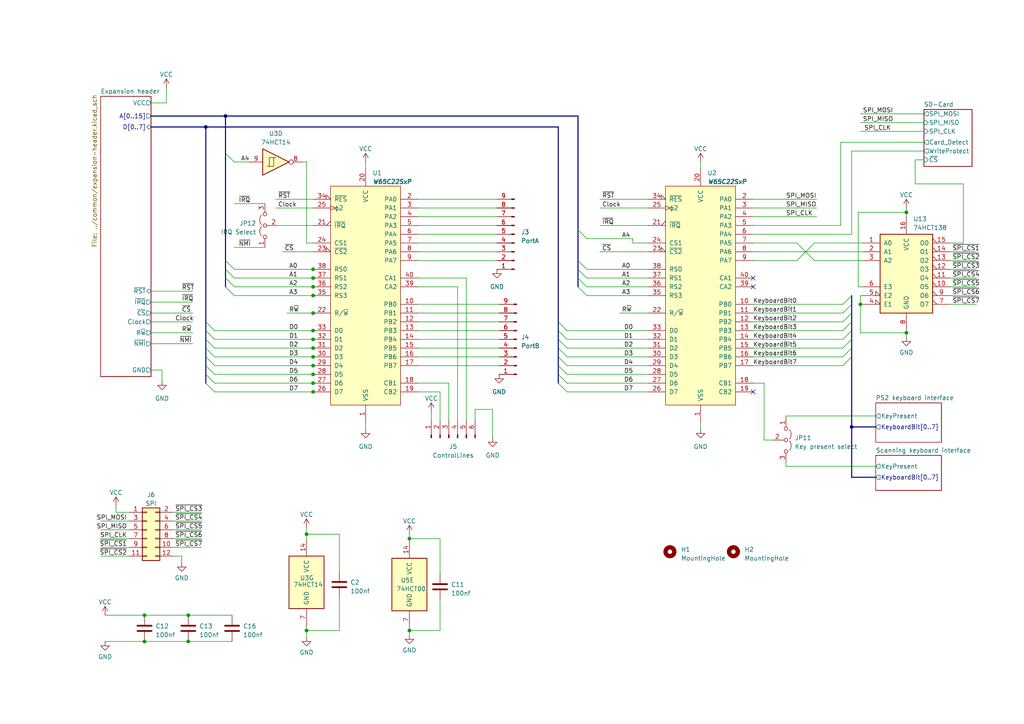
<source format=kicad_sch>
(kicad_sch (version 20230121) (generator eeschema)
  (paper "A4")
  (lib_symbols
    (symbol "65xx:W65C22SxP" (pin_names (offset 1.016))
      (property "Reference" "U" (at -10.16 33.02 0))
      (property "Value" "W65C22SxP" (at 0 0 90))
      (symbol "W65C22SxP_0_1"
        (rectangle (start -10.16 31.75) (end 10.16 -31.75) (fill (type background)))
      )
      (symbol "W65C22SxP_1_1"
        (pin power_in line (at 0 -36.83 90) (length 5.08) (name "VSS") (number "1"))
        (pin bidirectional line (at 15.24 -2.54 180) (length 5.08) (name "PB0") (number "10"))
        (pin bidirectional line (at 15.24 -5.08 180) (length 5.08) (name "PB1") (number "11"))
        (pin bidirectional line (at 15.24 -7.62 180) (length 5.08) (name "PB2") (number "12"))
        (pin bidirectional line (at 15.24 -10.16 180) (length 5.08) (name "PB3") (number "13"))
        (pin bidirectional line (at 15.24 -12.7 180) (length 5.08) (name "PB4") (number "14"))
        (pin bidirectional line (at 15.24 -15.24 180) (length 5.08) (name "PB5") (number "15"))
        (pin bidirectional line (at 15.24 -17.78 180) (length 5.08) (name "PB6") (number "16"))
        (pin bidirectional line (at 15.24 -20.32 180) (length 5.08) (name "PB7") (number "17"))
        (pin input line (at 15.24 -25.4 180) (length 5.08) (name "CB1") (number "18"))
        (pin bidirectional line (at 15.24 -27.94 180) (length 5.08) (name "CB2") (number "19"))
        (pin bidirectional line (at 15.24 27.94 180) (length 5.08) (name "PA0") (number "2"))
        (pin power_in line (at 0 36.83 270) (length 5.08) (name "VCC") (number "20"))
        (pin output output_low (at -15.24 20.32 0) (length 5.08) (name "~{IRQ}") (number "21"))
        (pin input line (at -15.24 -5.08 0) (length 5.08) (name "R/~{W}") (number "22"))
        (pin input input_low (at -15.24 12.7 0) (length 5.08) (name "~{CS2}") (number "23"))
        (pin input line (at -15.24 15.24 0) (length 5.08) (name "CS1") (number "24"))
        (pin input clock (at -15.24 25.4 0) (length 5.08) (name "ϕ2") (number "25"))
        (pin bidirectional line (at -15.24 -27.94 0) (length 5.08) (name "D7") (number "26"))
        (pin bidirectional line (at -15.24 -25.4 0) (length 5.08) (name "D6") (number "27"))
        (pin bidirectional line (at -15.24 -22.86 0) (length 5.08) (name "D5") (number "28"))
        (pin bidirectional line (at -15.24 -20.32 0) (length 5.08) (name "D4") (number "29"))
        (pin bidirectional line (at 15.24 25.4 180) (length 5.08) (name "PA1") (number "3"))
        (pin bidirectional line (at -15.24 -17.78 0) (length 5.08) (name "D3") (number "30"))
        (pin bidirectional line (at -15.24 -15.24 0) (length 5.08) (name "D2") (number "31"))
        (pin bidirectional line (at -15.24 -12.7 0) (length 5.08) (name "D1") (number "32"))
        (pin bidirectional line (at -15.24 -10.16 0) (length 5.08) (name "D0") (number "33"))
        (pin input input_low (at -15.24 27.94 0) (length 5.08) (name "~{RES}") (number "34"))
        (pin input line (at -15.24 0 0) (length 5.08) (name "RS3") (number "35"))
        (pin input line (at -15.24 2.54 0) (length 5.08) (name "RS2") (number "36"))
        (pin input line (at -15.24 5.08 0) (length 5.08) (name "RS1") (number "37"))
        (pin input line (at -15.24 7.62 0) (length 5.08) (name "RS0") (number "38"))
        (pin bidirectional line (at 15.24 2.54 180) (length 5.08) (name "CA2") (number "39"))
        (pin bidirectional line (at 15.24 22.86 180) (length 5.08) (name "PA2") (number "4"))
        (pin input line (at 15.24 5.08 180) (length 5.08) (name "CA1") (number "40"))
        (pin bidirectional line (at 15.24 20.32 180) (length 5.08) (name "PA3") (number "5"))
        (pin bidirectional line (at 15.24 17.78 180) (length 5.08) (name "PA4") (number "6"))
        (pin bidirectional line (at 15.24 15.24 180) (length 5.08) (name "PA5") (number "7"))
        (pin bidirectional line (at 15.24 12.7 180) (length 5.08) (name "PA6") (number "8"))
        (pin bidirectional line (at 15.24 10.16 180) (length 5.08) (name "PA7") (number "9"))
      )
    )
    (symbol "74xx:74HCT00" (pin_names (offset 1.016))
      (property "Reference" "U" (at 0 1.27 0))
      (property "Value" "74HCT00" (at 0 -1.27 0))
      (symbol "74HCT00_1_1"
        (arc (start 0 -3.81) (mid 3.7934 0) (end 0 3.81) (stroke (width 0.254)) (fill (type background)))
        (polyline (pts (xy 0 3.81) (xy -3.81 3.81) (xy -3.81 -3.81) (xy 0 -3.81)) (stroke (width 0.254)) (fill (type background)))
        (pin input line (at -7.62 2.54 0) (length 3.81) (name "~") (number "1"))
        (pin input line (at -7.62 -2.54 0) (length 3.81) (name "~") (number "2"))
        (pin output inverted (at 7.62 0 180) (length 3.81) (name "~") (number "3"))
      )
      (symbol "74HCT00_1_2"
        (arc (start -3.81 -3.81) (mid -2.589 0) (end -3.81 3.81) (stroke (width 0.254)))
        (arc (start -0.6096 -3.81) (mid 2.1842 -2.5851) (end 3.81 0) (stroke (width 0.254)) (fill (type background)))
        (polyline (pts (xy -3.81 -3.81) (xy -0.635 -3.81)) (stroke (width 0.254)) (fill (type background)))
        (polyline (pts (xy -3.81 3.81) (xy -0.635 3.81)) (stroke (width 0.254)) (fill (type background)))
        (polyline (pts (xy -0.635 3.81) (xy -3.81 3.81) (xy -3.81 3.81) (xy -3.556 3.4036) (xy -3.0226 2.2606) (xy -2.6924 1.0414) (xy -2.6162 -0.254) (xy -2.7686 -1.4986) (xy -3.175 -2.7178) (xy -3.81 -3.81) (xy -3.81 -3.81) (xy -0.635 -3.81)) (stroke (width -25.4)) (fill (type background)))
        (arc (start 3.81 0) (mid 2.1915 2.5936) (end -0.6096 3.81) (stroke (width 0.254)) (fill (type background)))
        (pin input inverted (at -7.62 2.54 0) (length 4.318) (name "~") (number "1"))
        (pin input inverted (at -7.62 -2.54 0) (length 4.318) (name "~") (number "2"))
        (pin output line (at 7.62 0 180) (length 3.81) (name "~") (number "3"))
      )
      (symbol "74HCT00_2_1"
        (arc (start 0 -3.81) (mid 3.7934 0) (end 0 3.81) (stroke (width 0.254)) (fill (type background)))
        (polyline (pts (xy 0 3.81) (xy -3.81 3.81) (xy -3.81 -3.81) (xy 0 -3.81)) (stroke (width 0.254)) (fill (type background)))
        (pin input line (at -7.62 2.54 0) (length 3.81) (name "~") (number "4"))
        (pin input line (at -7.62 -2.54 0) (length 3.81) (name "~") (number "5"))
        (pin output inverted (at 7.62 0 180) (length 3.81) (name "~") (number "6"))
      )
      (symbol "74HCT00_2_2"
        (arc (start -3.81 -3.81) (mid -2.589 0) (end -3.81 3.81) (stroke (width 0.254)))
        (arc (start -0.6096 -3.81) (mid 2.1842 -2.5851) (end 3.81 0) (stroke (width 0.254)) (fill (type background)))
        (polyline (pts (xy -3.81 -3.81) (xy -0.635 -3.81)) (stroke (width 0.254)) (fill (type background)))
        (polyline (pts (xy -3.81 3.81) (xy -0.635 3.81)) (stroke (width 0.254)) (fill (type background)))
        (polyline (pts (xy -0.635 3.81) (xy -3.81 3.81) (xy -3.81 3.81) (xy -3.556 3.4036) (xy -3.0226 2.2606) (xy -2.6924 1.0414) (xy -2.6162 -0.254) (xy -2.7686 -1.4986) (xy -3.175 -2.7178) (xy -3.81 -3.81) (xy -3.81 -3.81) (xy -0.635 -3.81)) (stroke (width -25.4)) (fill (type background)))
        (arc (start 3.81 0) (mid 2.1915 2.5936) (end -0.6096 3.81) (stroke (width 0.254)) (fill (type background)))
        (pin input inverted (at -7.62 2.54 0) (length 4.318) (name "~") (number "4"))
        (pin input inverted (at -7.62 -2.54 0) (length 4.318) (name "~") (number "5"))
        (pin output line (at 7.62 0 180) (length 3.81) (name "~") (number "6"))
      )
      (symbol "74HCT00_3_1"
        (arc (start 0 -3.81) (mid 3.7934 0) (end 0 3.81) (stroke (width 0.254)) (fill (type background)))
        (polyline (pts (xy 0 3.81) (xy -3.81 3.81) (xy -3.81 -3.81) (xy 0 -3.81)) (stroke (width 0.254)) (fill (type background)))
        (pin input line (at -7.62 -2.54 0) (length 3.81) (name "~") (number "10"))
        (pin output inverted (at 7.62 0 180) (length 3.81) (name "~") (number "8"))
        (pin input line (at -7.62 2.54 0) (length 3.81) (name "~") (number "9"))
      )
      (symbol "74HCT00_3_2"
        (arc (start -3.81 -3.81) (mid -2.589 0) (end -3.81 3.81) (stroke (width 0.254)))
        (arc (start -0.6096 -3.81) (mid 2.1842 -2.5851) (end 3.81 0) (stroke (width 0.254)) (fill (type background)))
        (polyline (pts (xy -3.81 -3.81) (xy -0.635 -3.81)) (stroke (width 0.254)) (fill (type background)))
        (polyline (pts (xy -3.81 3.81) (xy -0.635 3.81)) (stroke (width 0.254)) (fill (type background)))
        (polyline (pts (xy -0.635 3.81) (xy -3.81 3.81) (xy -3.81 3.81) (xy -3.556 3.4036) (xy -3.0226 2.2606) (xy -2.6924 1.0414) (xy -2.6162 -0.254) (xy -2.7686 -1.4986) (xy -3.175 -2.7178) (xy -3.81 -3.81) (xy -3.81 -3.81) (xy -0.635 -3.81)) (stroke (width -25.4)) (fill (type background)))
        (arc (start 3.81 0) (mid 2.1915 2.5936) (end -0.6096 3.81) (stroke (width 0.254)) (fill (type background)))
        (pin input inverted (at -7.62 -2.54 0) (length 4.318) (name "~") (number "10"))
        (pin output line (at 7.62 0 180) (length 3.81) (name "~") (number "8"))
        (pin input inverted (at -7.62 2.54 0) (length 4.318) (name "~") (number "9"))
      )
      (symbol "74HCT00_4_1"
        (arc (start 0 -3.81) (mid 3.7934 0) (end 0 3.81) (stroke (width 0.254)) (fill (type background)))
        (polyline (pts (xy 0 3.81) (xy -3.81 3.81) (xy -3.81 -3.81) (xy 0 -3.81)) (stroke (width 0.254)) (fill (type background)))
        (pin output inverted (at 7.62 0 180) (length 3.81) (name "~") (number "11"))
        (pin input line (at -7.62 2.54 0) (length 3.81) (name "~") (number "12"))
        (pin input line (at -7.62 -2.54 0) (length 3.81) (name "~") (number "13"))
      )
      (symbol "74HCT00_4_2"
        (arc (start -3.81 -3.81) (mid -2.589 0) (end -3.81 3.81) (stroke (width 0.254)))
        (arc (start -0.6096 -3.81) (mid 2.1842 -2.5851) (end 3.81 0) (stroke (width 0.254)) (fill (type background)))
        (polyline (pts (xy -3.81 -3.81) (xy -0.635 -3.81)) (stroke (width 0.254)) (fill (type background)))
        (polyline (pts (xy -3.81 3.81) (xy -0.635 3.81)) (stroke (width 0.254)) (fill (type background)))
        (polyline (pts (xy -0.635 3.81) (xy -3.81 3.81) (xy -3.81 3.81) (xy -3.556 3.4036) (xy -3.0226 2.2606) (xy -2.6924 1.0414) (xy -2.6162 -0.254) (xy -2.7686 -1.4986) (xy -3.175 -2.7178) (xy -3.81 -3.81) (xy -3.81 -3.81) (xy -0.635 -3.81)) (stroke (width -25.4)) (fill (type background)))
        (arc (start 3.81 0) (mid 2.1915 2.5936) (end -0.6096 3.81) (stroke (width 0.254)) (fill (type background)))
        (pin output line (at 7.62 0 180) (length 3.81) (name "~") (number "11"))
        (pin input inverted (at -7.62 2.54 0) (length 4.318) (name "~") (number "12"))
        (pin input inverted (at -7.62 -2.54 0) (length 4.318) (name "~") (number "13"))
      )
      (symbol "74HCT00_5_0"
        (pin power_in line (at 0 12.7 270) (length 5.08) (name "VCC") (number "14"))
        (pin power_in line (at 0 -12.7 90) (length 5.08) (name "GND") (number "7"))
      )
      (symbol "74HCT00_5_1"
        (rectangle (start -5.08 7.62) (end 5.08 -7.62) (stroke (width 0.254)) (fill (type background)))
      )
    )
    (symbol "74xx:74LS138" (pin_names (offset 1.016))
      (property "Reference" "U" (at -7.62 11.43 0))
      (property "Value" "74LS138" (at -7.62 -13.97 0))
      (symbol "74LS138_1_0"
        (pin input line (at -12.7 7.62 0) (length 5.08) (name "A0") (number "1"))
        (pin output output_low (at 12.7 -5.08 180) (length 5.08) (name "O5") (number "10"))
        (pin output output_low (at 12.7 -2.54 180) (length 5.08) (name "O4") (number "11"))
        (pin output output_low (at 12.7 0 180) (length 5.08) (name "O3") (number "12"))
        (pin output output_low (at 12.7 2.54 180) (length 5.08) (name "O2") (number "13"))
        (pin output output_low (at 12.7 5.08 180) (length 5.08) (name "O1") (number "14"))
        (pin output output_low (at 12.7 7.62 180) (length 5.08) (name "O0") (number "15"))
        (pin power_in line (at 0 15.24 270) (length 5.08) (name "VCC") (number "16"))
        (pin input line (at -12.7 5.08 0) (length 5.08) (name "A1") (number "2"))
        (pin input line (at -12.7 2.54 0) (length 5.08) (name "A2") (number "3"))
        (pin input input_low (at -12.7 -10.16 0) (length 5.08) (name "E1") (number "4"))
        (pin input input_low (at -12.7 -7.62 0) (length 5.08) (name "E2") (number "5"))
        (pin input line (at -12.7 -5.08 0) (length 5.08) (name "E3") (number "6"))
        (pin output output_low (at 12.7 -10.16 180) (length 5.08) (name "O7") (number "7"))
        (pin power_in line (at 0 -17.78 90) (length 5.08) (name "GND") (number "8"))
        (pin output output_low (at 12.7 -7.62 180) (length 5.08) (name "O6") (number "9"))
      )
      (symbol "74LS138_1_1"
        (rectangle (start -7.62 10.16) (end 7.62 -12.7) (stroke (width 0.254)) (fill (type background)))
      )
    )
    (symbol "74xx:74LS14" (pin_names (offset 1.016))
      (property "Reference" "U" (at 0 1.27 0))
      (property "Value" "74LS14" (at 0 -1.27 0))
      (symbol "74LS14_1_0"
        (polyline (pts (xy -3.81 3.81) (xy -3.81 -3.81) (xy 3.81 0) (xy -3.81 3.81)) (stroke (width 0.254)) (fill (type background)))
        (pin input line (at -7.62 0 0) (length 3.81) (name "~") (number "1"))
        (pin output inverted (at 7.62 0 180) (length 3.81) (name "~") (number "2"))
      )
      (symbol "74LS14_1_1"
        (polyline (pts (xy -1.905 -1.27) (xy -1.905 1.27) (xy -0.635 1.27)))
        (polyline (pts (xy -2.54 -1.27) (xy -0.635 -1.27) (xy -0.635 1.27) (xy 0 1.27)))
      )
      (symbol "74LS14_2_0"
        (polyline (pts (xy -3.81 3.81) (xy -3.81 -3.81) (xy 3.81 0) (xy -3.81 3.81)) (stroke (width 0.254)) (fill (type background)))
        (pin input line (at -7.62 0 0) (length 3.81) (name "~") (number "3"))
        (pin output inverted (at 7.62 0 180) (length 3.81) (name "~") (number "4"))
      )
      (symbol "74LS14_2_1"
        (polyline (pts (xy -1.905 -1.27) (xy -1.905 1.27) (xy -0.635 1.27)))
        (polyline (pts (xy -2.54 -1.27) (xy -0.635 -1.27) (xy -0.635 1.27) (xy 0 1.27)))
      )
      (symbol "74LS14_3_0"
        (polyline (pts (xy -3.81 3.81) (xy -3.81 -3.81) (xy 3.81 0) (xy -3.81 3.81)) (stroke (width 0.254)) (fill (type background)))
        (pin input line (at -7.62 0 0) (length 3.81) (name "~") (number "5"))
        (pin output inverted (at 7.62 0 180) (length 3.81) (name "~") (number "6"))
      )
      (symbol "74LS14_3_1"
        (polyline (pts (xy -1.905 -1.27) (xy -1.905 1.27) (xy -0.635 1.27)))
        (polyline (pts (xy -2.54 -1.27) (xy -0.635 -1.27) (xy -0.635 1.27) (xy 0 1.27)))
      )
      (symbol "74LS14_4_0"
        (polyline (pts (xy -3.81 3.81) (xy -3.81 -3.81) (xy 3.81 0) (xy -3.81 3.81)) (stroke (width 0.254)) (fill (type background)))
        (pin output inverted (at 7.62 0 180) (length 3.81) (name "~") (number "8"))
        (pin input line (at -7.62 0 0) (length 3.81) (name "~") (number "9"))
      )
      (symbol "74LS14_4_1"
        (polyline (pts (xy -1.905 -1.27) (xy -1.905 1.27) (xy -0.635 1.27)))
        (polyline (pts (xy -2.54 -1.27) (xy -0.635 -1.27) (xy -0.635 1.27) (xy 0 1.27)))
      )
      (symbol "74LS14_5_0"
        (polyline (pts (xy -3.81 3.81) (xy -3.81 -3.81) (xy 3.81 0) (xy -3.81 3.81)) (stroke (width 0.254)) (fill (type background)))
        (pin output inverted (at 7.62 0 180) (length 3.81) (name "~") (number "10"))
        (pin input line (at -7.62 0 0) (length 3.81) (name "~") (number "11"))
      )
      (symbol "74LS14_5_1"
        (polyline (pts (xy -1.905 -1.27) (xy -1.905 1.27) (xy -0.635 1.27)))
        (polyline (pts (xy -2.54 -1.27) (xy -0.635 -1.27) (xy -0.635 1.27) (xy 0 1.27)))
      )
      (symbol "74LS14_6_0"
        (polyline (pts (xy -3.81 3.81) (xy -3.81 -3.81) (xy 3.81 0) (xy -3.81 3.81)) (stroke (width 0.254)) (fill (type background)))
        (pin output inverted (at 7.62 0 180) (length 3.81) (name "~") (number "12"))
        (pin input line (at -7.62 0 0) (length 3.81) (name "~") (number "13"))
      )
      (symbol "74LS14_6_1"
        (polyline (pts (xy -1.905 -1.27) (xy -1.905 1.27) (xy -0.635 1.27)))
        (polyline (pts (xy -2.54 -1.27) (xy -0.635 -1.27) (xy -0.635 1.27) (xy 0 1.27)))
      )
      (symbol "74LS14_7_0"
        (pin power_in line (at 0 12.7 270) (length 5.08) (name "VCC") (number "14"))
        (pin power_in line (at 0 -12.7 90) (length 5.08) (name "GND") (number "7"))
      )
      (symbol "74LS14_7_1"
        (rectangle (start -5.08 7.62) (end 5.08 -7.62) (stroke (width 0.254)) (fill (type background)))
      )
    )
    (symbol "Connector:Conn_01x06_Pin" (pin_names (offset 1.016) hide)
      (property "Reference" "J" (at 0 7.62 0))
      (property "Value" "Conn_01x06_Pin" (at 0 -10.16 0))
      (symbol "Conn_01x06_Pin_1_1"
        (polyline (pts (xy 1.27 -7.62) (xy 0.8636 -7.62)) (stroke (width 0.1524)))
        (polyline (pts (xy 1.27 -5.08) (xy 0.8636 -5.08)) (stroke (width 0.1524)))
        (polyline (pts (xy 1.27 -2.54) (xy 0.8636 -2.54)) (stroke (width 0.1524)))
        (polyline (pts (xy 1.27 0) (xy 0.8636 0)) (stroke (width 0.1524)))
        (polyline (pts (xy 1.27 2.54) (xy 0.8636 2.54)) (stroke (width 0.1524)))
        (polyline (pts (xy 1.27 5.08) (xy 0.8636 5.08)) (stroke (width 0.1524)))
        (rectangle (start 0.8636 -7.493) (end 0 -7.747) (stroke (width 0.1524)) (fill (type outline)))
        (rectangle (start 0.8636 -4.953) (end 0 -5.207) (stroke (width 0.1524)) (fill (type outline)))
        (rectangle (start 0.8636 -2.413) (end 0 -2.667) (stroke (width 0.1524)) (fill (type outline)))
        (rectangle (start 0.8636 0.127) (end 0 -0.127) (stroke (width 0.1524)) (fill (type outline)))
        (rectangle (start 0.8636 2.667) (end 0 2.413) (stroke (width 0.1524)) (fill (type outline)))
        (rectangle (start 0.8636 5.207) (end 0 4.953) (stroke (width 0.1524)) (fill (type outline)))
        (pin passive line (at 5.08 5.08 180) (length 3.81) (name "Pin_1") (number "1"))
        (pin passive line (at 5.08 2.54 180) (length 3.81) (name "Pin_2") (number "2"))
        (pin passive line (at 5.08 0 180) (length 3.81) (name "Pin_3") (number "3"))
        (pin passive line (at 5.08 -2.54 180) (length 3.81) (name "Pin_4") (number "4"))
        (pin passive line (at 5.08 -5.08 180) (length 3.81) (name "Pin_5") (number "5"))
        (pin passive line (at 5.08 -7.62 180) (length 3.81) (name "Pin_6") (number "6"))
      )
    )
    (symbol "Connector:Conn_01x09_Pin" (pin_names (offset 1.016) hide)
      (property "Reference" "J" (at 0 12.7 0))
      (property "Value" "Conn_01x09_Pin" (at 0 -12.7 0))
      (symbol "Conn_01x09_Pin_1_1"
        (polyline (pts (xy 1.27 -10.16) (xy 0.8636 -10.16)) (stroke (width 0.1524)))
        (polyline (pts (xy 1.27 -7.62) (xy 0.8636 -7.62)) (stroke (width 0.1524)))
        (polyline (pts (xy 1.27 -5.08) (xy 0.8636 -5.08)) (stroke (width 0.1524)))
        (polyline (pts (xy 1.27 -2.54) (xy 0.8636 -2.54)) (stroke (width 0.1524)))
        (polyline (pts (xy 1.27 0) (xy 0.8636 0)) (stroke (width 0.1524)))
        (polyline (pts (xy 1.27 2.54) (xy 0.8636 2.54)) (stroke (width 0.1524)))
        (polyline (pts (xy 1.27 5.08) (xy 0.8636 5.08)) (stroke (width 0.1524)))
        (polyline (pts (xy 1.27 7.62) (xy 0.8636 7.62)) (stroke (width 0.1524)))
        (polyline (pts (xy 1.27 10.16) (xy 0.8636 10.16)) (stroke (width 0.1524)))
        (rectangle (start 0.8636 -10.033) (end 0 -10.287) (stroke (width 0.1524)) (fill (type outline)))
        (rectangle (start 0.8636 -7.493) (end 0 -7.747) (stroke (width 0.1524)) (fill (type outline)))
        (rectangle (start 0.8636 -4.953) (end 0 -5.207) (stroke (width 0.1524)) (fill (type outline)))
        (rectangle (start 0.8636 -2.413) (end 0 -2.667) (stroke (width 0.1524)) (fill (type outline)))
        (rectangle (start 0.8636 0.127) (end 0 -0.127) (stroke (width 0.1524)) (fill (type outline)))
        (rectangle (start 0.8636 2.667) (end 0 2.413) (stroke (width 0.1524)) (fill (type outline)))
        (rectangle (start 0.8636 5.207) (end 0 4.953) (stroke (width 0.1524)) (fill (type outline)))
        (rectangle (start 0.8636 7.747) (end 0 7.493) (stroke (width 0.1524)) (fill (type outline)))
        (rectangle (start 0.8636 10.287) (end 0 10.033) (stroke (width 0.1524)) (fill (type outline)))
        (pin passive line (at 5.08 10.16 180) (length 3.81) (name "Pin_1") (number "1"))
        (pin passive line (at 5.08 7.62 180) (length 3.81) (name "Pin_2") (number "2"))
        (pin passive line (at 5.08 5.08 180) (length 3.81) (name "Pin_3") (number "3"))
        (pin passive line (at 5.08 2.54 180) (length 3.81) (name "Pin_4") (number "4"))
        (pin passive line (at 5.08 0 180) (length 3.81) (name "Pin_5") (number "5"))
        (pin passive line (at 5.08 -2.54 180) (length 3.81) (name "Pin_6") (number "6"))
        (pin passive line (at 5.08 -5.08 180) (length 3.81) (name "Pin_7") (number "7"))
        (pin passive line (at 5.08 -7.62 180) (length 3.81) (name "Pin_8") (number "8"))
        (pin passive line (at 5.08 -10.16 180) (length 3.81) (name "Pin_9") (number "9"))
      )
    )
    (symbol "Connector_Generic:Conn_02x06_Odd_Even" (pin_names (offset 1.016) hide)
      (property "Reference" "J" (at 1.27 7.62 0))
      (property "Value" "Conn_02x06_Odd_Even" (at 1.27 -10.16 0))
      (symbol "Conn_02x06_Odd_Even_1_1"
        (rectangle (start -1.27 -7.493) (end 0 -7.747) (stroke (width 0.1524)))
        (rectangle (start -1.27 -4.953) (end 0 -5.207) (stroke (width 0.1524)))
        (rectangle (start -1.27 -2.413) (end 0 -2.667) (stroke (width 0.1524)))
        (rectangle (start -1.27 0.127) (end 0 -0.127) (stroke (width 0.1524)))
        (rectangle (start -1.27 2.667) (end 0 2.413) (stroke (width 0.1524)))
        (rectangle (start -1.27 5.207) (end 0 4.953) (stroke (width 0.1524)))
        (rectangle (start -1.27 6.35) (end 3.81 -8.89) (stroke (width 0.254)) (fill (type background)))
        (rectangle (start 3.81 -7.493) (end 2.54 -7.747) (stroke (width 0.1524)))
        (rectangle (start 3.81 -4.953) (end 2.54 -5.207) (stroke (width 0.1524)))
        (rectangle (start 3.81 -2.413) (end 2.54 -2.667) (stroke (width 0.1524)))
        (rectangle (start 3.81 0.127) (end 2.54 -0.127) (stroke (width 0.1524)))
        (rectangle (start 3.81 2.667) (end 2.54 2.413) (stroke (width 0.1524)))
        (rectangle (start 3.81 5.207) (end 2.54 4.953) (stroke (width 0.1524)))
        (pin passive line (at -5.08 5.08 0) (length 3.81) (name "Pin_1") (number "1"))
        (pin passive line (at 7.62 -5.08 180) (length 3.81) (name "Pin_10") (number "10"))
        (pin passive line (at -5.08 -7.62 0) (length 3.81) (name "Pin_11") (number "11"))
        (pin passive line (at 7.62 -7.62 180) (length 3.81) (name "Pin_12") (number "12"))
        (pin passive line (at 7.62 5.08 180) (length 3.81) (name "Pin_2") (number "2"))
        (pin passive line (at -5.08 2.54 0) (length 3.81) (name "Pin_3") (number "3"))
        (pin passive line (at 7.62 2.54 180) (length 3.81) (name "Pin_4") (number "4"))
        (pin passive line (at -5.08 0 0) (length 3.81) (name "Pin_5") (number "5"))
        (pin passive line (at 7.62 0 180) (length 3.81) (name "Pin_6") (number "6"))
        (pin passive line (at -5.08 -2.54 0) (length 3.81) (name "Pin_7") (number "7"))
        (pin passive line (at 7.62 -2.54 180) (length 3.81) (name "Pin_8") (number "8"))
        (pin passive line (at -5.08 -5.08 0) (length 3.81) (name "Pin_9") (number "9"))
      )
    )
    (symbol "Device:C" (pin_numbers hide) (pin_names (offset 0.254))
      (property "Reference" "C" (at 0.635 2.54 0))
      (property "Value" "C" (at 0.635 -2.54 0))
      (symbol "C_0_1"
        (polyline (pts (xy -2.032 -0.762) (xy 2.032 -0.762)) (stroke (width 0.508)))
        (polyline (pts (xy -2.032 0.762) (xy 2.032 0.762)) (stroke (width 0.508)))
      )
      (symbol "C_1_1"
        (pin passive line (at 0 3.81 270) (length 2.794) (name "~") (number "1"))
        (pin passive line (at 0 -3.81 90) (length 2.794) (name "~") (number "2"))
      )
    )
    (symbol "Jumper:Jumper_3_Open" (pin_names (offset 0) hide)
      (property "Reference" "JP" (at -2.54 -2.54 0))
      (property "Value" "Jumper_3_Open" (at 0 2.794 0))
      (symbol "Jumper_3_Open_0_0"
        (circle (center -3.302 0) (radius 0.508))
        (circle (center 0 0) (radius 0.508))
        (circle (center 3.302 0) (radius 0.508))
      )
      (symbol "Jumper_3_Open_0_1"
        (arc (start -0.254 1.016) (mid -1.651 1.4992) (end -3.048 1.016))
        (polyline (pts (xy 0 -0.508) (xy 0 -1.27)))
        (arc (start 3.048 1.016) (mid 1.651 1.4992) (end 0.254 1.016))
      )
      (symbol "Jumper_3_Open_1_1"
        (pin passive line (at -6.35 0 0) (length 2.54) (name "A") (number "1"))
        (pin passive line (at 0 -3.81 90) (length 2.54) (name "C") (number "2"))
        (pin passive line (at 6.35 0 180) (length 2.54) (name "B") (number "3"))
      )
    )
    (symbol "Mechanical:MountingHole" (pin_names (offset 1.016))
      (property "Reference" "H" (at 0 5.08 0))
      (property "Value" "MountingHole" (at 0 3.175 0))
      (symbol "MountingHole_0_1"
        (circle (center 0 0) (radius 1.27) (stroke (width 1.27)))
      )
    )
    (symbol "power:GND" (power) (pin_names (offset 0))
      (property "Value" "GND" (at 0 -3.81 0))
      (symbol "GND_0_1"
        (polyline (pts (xy 0 0) (xy 0 -1.27) (xy 1.27 -1.27) (xy 0 -2.54) (xy -1.27 -1.27) (xy 0 -1.27)))
      )
      (symbol "GND_1_1"
        (pin power_in line (at 0 0 270) (length 0) hide (name "GND") (number "1"))
      )
    )
    (symbol "power:VCC" (power) (pin_names (offset 0))
      (property "Value" "VCC" (at 0 3.81 0))
      (symbol "VCC_0_1"
        (polyline (pts (xy -0.762 1.27) (xy 0 2.54)))
        (polyline (pts (xy 0 0) (xy 0 2.54)))
        (polyline (pts (xy 0 2.54) (xy 0.762 1.27)))
      )
      (symbol "VCC_1_1"
        (pin power_in line (at 0 0 90) (length 0) hide (name "VCC") (number "1"))
      )
    )
  )
  (junction (at 54.61 178.435))
  (junction (at 90.805 106.045))
  (junction (at 90.805 85.725))
  (junction (at 59.69 36.83))
  (junction (at 90.805 111.125))
  (junction (at 41.91 178.435))
  (junction (at 118.745 182.88))
  (junction (at 90.805 113.665))
  (junction (at 90.805 108.585))
  (junction (at 262.89 61.595))
  (junction (at 90.805 100.965))
  (junction (at 90.805 103.505))
  (junction (at 88.9 182.88))
  (junction (at 54.61 186.055))
  (junction (at 262.89 96.52))
  (junction (at 90.805 78.105))
  (junction (at 65.405 33.655))
  (junction (at 247.015 123.825))
  (junction (at 90.805 90.805))
  (junction (at 118.745 156.21))
  (junction (at 90.805 80.645))
  (junction (at 41.91 186.055))
  (junction (at 90.805 95.885))
  (junction (at 90.805 83.185))
  (junction (at 90.805 98.425))
  (junction (at 249.555 88.265))
  (junction (at 88.9 154.94))
  (no_connect (at 218.44 80.645))
  (no_connect (at 218.44 113.665))
  (no_connect (at 218.44 83.185))
  (bus_entry (at 167.64 78.105) (size 2.54 2.54))
  (bus_entry (at 59.69 108.585) (size 2.54 2.54))
  (bus_entry (at 59.69 106.045) (size 2.54 2.54))
  (bus_entry (at 247.015 98.425) (size -2.54 2.54))
  (bus_entry (at 59.69 100.965) (size 2.54 2.54))
  (bus_entry (at 247.015 103.505) (size -2.54 2.54))
  (bus_entry (at 161.925 95.885) (size 2.54 2.54))
  (bus_entry (at 59.69 98.425) (size 2.54 2.54))
  (bus_entry (at 161.925 108.585) (size 2.54 2.54))
  (bus_entry (at 161.925 98.425) (size 2.54 2.54))
  (bus_entry (at 161.925 106.045) (size 2.54 2.54))
  (bus_entry (at 167.64 80.645) (size 2.54 2.54))
  (bus_entry (at 65.405 75.565) (size 2.54 2.54))
  (bus_entry (at 161.925 111.125) (size 2.54 2.54))
  (bus_entry (at 161.925 100.965) (size 2.54 2.54))
  (bus_entry (at 247.015 93.345) (size -2.54 2.54))
  (bus_entry (at 247.015 95.885) (size -2.54 2.54))
  (bus_entry (at 65.405 83.185) (size 2.54 2.54))
  (bus_entry (at 247.015 88.265) (size -2.54 2.54))
  (bus_entry (at 167.64 75.565) (size 2.54 2.54))
  (bus_entry (at 161.925 103.505) (size 2.54 2.54))
  (bus_entry (at 247.015 85.725) (size -2.54 2.54))
  (bus_entry (at 59.69 93.345) (size 2.54 2.54))
  (bus_entry (at 65.405 80.645) (size 2.54 2.54))
  (bus_entry (at 59.69 111.125) (size 2.54 2.54))
  (bus_entry (at 247.015 100.965) (size -2.54 2.54))
  (bus_entry (at 59.69 95.885) (size 2.54 2.54))
  (bus_entry (at 59.69 103.505) (size 2.54 2.54))
  (bus_entry (at 167.64 83.185) (size 2.54 2.54))
  (bus_entry (at 161.925 93.345) (size 2.54 2.54))
  (bus_entry (at 247.015 90.805) (size -2.54 2.54))
  (bus_entry (at 65.405 44.45) (size 2.54 2.54))
  (bus_entry (at 65.405 78.105) (size 2.54 2.54))
  (bus_entry (at 167.64 66.675) (size 2.54 2.54))
  (wire (pts (xy 247.015 67.945) (xy 218.44 67.945)))
  (wire (pts (xy 90.805 111.125) (xy 91.44 111.125)))
  (wire (pts (xy 275.59 78.105) (xy 283.21 78.105)))
  (bus (pts (xy 65.405 78.105) (xy 65.405 80.645)))
  (wire (pts (xy 250.19 85.725) (xy 249.555 85.725)))
  (bus (pts (xy 167.64 66.675) (xy 167.64 75.565)))
  (wire (pts (xy 218.44 93.345) (xy 244.475 93.345)))
  (bus (pts (xy 161.925 98.425) (xy 161.925 100.965)))
  (wire (pts (xy 248.92 61.595) (xy 262.89 61.595)))
  (wire (pts (xy 275.59 73.025) (xy 283.21 73.025)))
  (wire (pts (xy 275.59 70.485) (xy 279.4 70.485)))
  (wire (pts (xy 164.465 111.125) (xy 187.96 111.125)))
  (wire (pts (xy 279.4 70.485) (xy 279.4 53.34)))
  (wire (pts (xy 127.635 113.665) (xy 127.635 121.92)))
  (wire (pts (xy 118.745 182.88) (xy 118.745 182.245)))
  (wire (pts (xy 121.285 111.125) (xy 130.175 111.125)))
  (wire (pts (xy 203.2 122.555) (xy 203.2 124.46)))
  (bus (pts (xy 161.925 36.83) (xy 161.925 93.345)))
  (wire (pts (xy 144.145 60.325) (xy 121.285 60.325)))
  (bus (pts (xy 43.815 33.655) (xy 65.405 33.655)))
  (wire (pts (xy 275.59 85.725) (xy 283.21 85.725)))
  (wire (pts (xy 144.78 103.505) (xy 121.285 103.505)))
  (bus (pts (xy 167.64 75.565) (xy 167.64 78.105)))
  (wire (pts (xy 144.78 106.045) (xy 121.285 106.045)))
  (wire (pts (xy 279.4 53.34) (xy 265.43 53.34)))
  (wire (pts (xy 254 135.255) (xy 227.965 135.255)))
  (wire (pts (xy 90.805 106.045) (xy 91.44 106.045)))
  (wire (pts (xy 144.145 75.565) (xy 121.285 75.565)))
  (wire (pts (xy 218.44 111.125) (xy 221.615 111.125)))
  (wire (pts (xy 164.465 95.885) (xy 187.96 95.885)))
  (wire (pts (xy 218.44 70.485) (xy 231.14 70.485)))
  (wire (pts (xy 244.475 88.265) (xy 218.44 88.265)))
  (wire (pts (xy 275.59 88.265) (xy 283.21 88.265)))
  (wire (pts (xy 144.78 93.345) (xy 121.285 93.345)))
  (wire (pts (xy 249.555 96.52) (xy 262.89 96.52)))
  (wire (pts (xy 43.815 90.805) (xy 55.88 90.805)))
  (wire (pts (xy 218.44 106.045) (xy 244.475 106.045)))
  (wire (pts (xy 125.095 119.38) (xy 125.095 121.92)))
  (wire (pts (xy 267.97 33.02) (xy 249.555 33.02)))
  (bus (pts (xy 65.405 33.655) (xy 167.64 33.655)))
  (wire (pts (xy 41.91 186.055) (xy 54.61 186.055)))
  (wire (pts (xy 170.18 83.185) (xy 187.96 83.185)))
  (wire (pts (xy 90.805 103.505) (xy 91.44 103.505)))
  (wire (pts (xy 275.59 75.565) (xy 283.21 75.565)))
  (wire (pts (xy 144.145 62.865) (xy 121.285 62.865)))
  (wire (pts (xy 250.19 83.185) (xy 248.92 83.185)))
  (wire (pts (xy 90.805 85.725) (xy 91.44 85.725)))
  (wire (pts (xy 144.78 90.805) (xy 121.285 90.805)))
  (wire (pts (xy 164.465 108.585) (xy 187.96 108.585)))
  (wire (pts (xy 43.815 93.345) (xy 55.88 93.345)))
  (wire (pts (xy 247.015 43.815) (xy 247.015 67.945)))
  (wire (pts (xy 236.22 70.485) (xy 231.14 75.565)))
  (wire (pts (xy 203.2 46.99) (xy 203.2 48.895)))
  (wire (pts (xy 127.635 182.88) (xy 127.635 173.99)))
  (wire (pts (xy 249.555 88.265) (xy 250.19 88.265)))
  (bus (pts (xy 247.015 90.805) (xy 247.015 93.345)))
  (wire (pts (xy 29.21 151.13) (xy 37.465 151.13)))
  (wire (pts (xy 275.59 83.185) (xy 283.21 83.185)))
  (wire (pts (xy 218.44 103.505) (xy 244.475 103.505)))
  (bus (pts (xy 167.64 80.645) (xy 167.64 83.185)))
  (wire (pts (xy 170.18 69.215) (xy 183.515 69.215)))
  (wire (pts (xy 90.805 83.185) (xy 91.44 83.185)))
  (wire (pts (xy 43.815 99.695) (xy 55.88 99.695)))
  (wire (pts (xy 127.635 166.37) (xy 127.635 156.21)))
  (wire (pts (xy 29.21 153.67) (xy 37.465 153.67)))
  (wire (pts (xy 236.22 75.565) (xy 231.14 70.485)))
  (wire (pts (xy 218.44 65.405) (xy 243.84 65.405)))
  (bus (pts (xy 65.405 44.45) (xy 65.405 75.565)))
  (wire (pts (xy 48.26 25.4) (xy 48.26 29.845)))
  (wire (pts (xy 121.285 113.665) (xy 127.635 113.665)))
  (wire (pts (xy 62.23 100.965) (xy 90.805 100.965)))
  (wire (pts (xy 144.145 73.025) (xy 121.285 73.025)))
  (wire (pts (xy 144.78 95.885) (xy 121.285 95.885)))
  (wire (pts (xy 121.285 80.645) (xy 135.255 80.645)))
  (wire (pts (xy 50.165 153.67) (xy 58.42 153.67)))
  (wire (pts (xy 88.9 153.035) (xy 88.9 154.94)))
  (wire (pts (xy 98.425 165.735) (xy 98.425 154.94)))
  (wire (pts (xy 262.89 97.79) (xy 262.89 96.52)))
  (bus (pts (xy 167.64 78.105) (xy 167.64 80.645)))
  (bus (pts (xy 59.69 36.83) (xy 43.815 36.83)))
  (wire (pts (xy 90.805 78.105) (xy 91.44 78.105)))
  (wire (pts (xy 218.44 62.865) (xy 236.855 62.865)))
  (wire (pts (xy 50.165 151.13) (xy 58.42 151.13)))
  (bus (pts (xy 254 138.43) (xy 247.015 138.43)))
  (wire (pts (xy 50.165 148.59) (xy 58.42 148.59)))
  (wire (pts (xy 62.23 95.885) (xy 90.805 95.885)))
  (wire (pts (xy 33.655 146.685) (xy 33.655 148.59)))
  (wire (pts (xy 90.805 80.645) (xy 91.44 80.645)))
  (wire (pts (xy 83.185 90.805) (xy 90.805 90.805)))
  (bus (pts (xy 247.015 100.965) (xy 247.015 103.505)))
  (wire (pts (xy 137.795 121.92) (xy 137.795 118.745)))
  (wire (pts (xy 267.97 43.815) (xy 247.015 43.815)))
  (wire (pts (xy 87.63 46.99) (xy 88.9 46.99)))
  (wire (pts (xy 88.9 70.485) (xy 90.805 70.485)))
  (wire (pts (xy 90.805 100.965) (xy 91.44 100.965)))
  (wire (pts (xy 29.21 158.75) (xy 37.465 158.75)))
  (wire (pts (xy 98.425 182.88) (xy 88.9 182.88)))
  (bus (pts (xy 247.015 123.825) (xy 247.015 138.43)))
  (wire (pts (xy 90.805 95.885) (xy 91.44 95.885)))
  (wire (pts (xy 144.78 100.965) (xy 121.285 100.965)))
  (wire (pts (xy 30.48 178.435) (xy 41.91 178.435)))
  (bus (pts (xy 65.405 80.645) (xy 65.405 83.185)))
  (wire (pts (xy 144.145 67.945) (xy 121.285 67.945)))
  (wire (pts (xy 243.84 41.275) (xy 267.97 41.275)))
  (wire (pts (xy 67.945 71.755) (xy 76.835 71.755)))
  (wire (pts (xy 81.915 73.025) (xy 90.805 73.025)))
  (bus (pts (xy 247.015 85.725) (xy 247.015 88.265)))
  (wire (pts (xy 267.97 38.1) (xy 249.555 38.1)))
  (wire (pts (xy 267.97 35.56) (xy 249.555 35.56)))
  (wire (pts (xy 29.21 156.21) (xy 37.465 156.21)))
  (wire (pts (xy 164.465 98.425) (xy 187.96 98.425)))
  (wire (pts (xy 88.9 181.61) (xy 88.9 182.88)))
  (wire (pts (xy 106.045 124.46) (xy 106.045 122.555)))
  (wire (pts (xy 144.78 88.265) (xy 121.285 88.265)))
  (wire (pts (xy 118.745 182.88) (xy 127.635 182.88)))
  (wire (pts (xy 179.705 90.805) (xy 187.96 90.805)))
  (wire (pts (xy 164.465 113.665) (xy 187.96 113.665)))
  (bus (pts (xy 59.69 93.345) (xy 59.69 95.885)))
  (wire (pts (xy 30.48 186.055) (xy 41.91 186.055)))
  (wire (pts (xy 135.255 80.645) (xy 135.255 121.92)))
  (bus (pts (xy 161.925 95.885) (xy 161.925 98.425)))
  (wire (pts (xy 43.815 96.52) (xy 55.88 96.52)))
  (wire (pts (xy 170.18 80.645) (xy 187.96 80.645)))
  (wire (pts (xy 227.965 121.285) (xy 227.965 120.65)))
  (wire (pts (xy 218.44 90.805) (xy 244.475 90.805)))
  (wire (pts (xy 54.61 186.055) (xy 67.31 186.055)))
  (wire (pts (xy 106.045 46.99) (xy 106.045 48.895)))
  (wire (pts (xy 67.945 59.055) (xy 76.835 59.055)))
  (wire (pts (xy 262.89 61.595) (xy 262.89 62.865)))
  (wire (pts (xy 236.22 70.485) (xy 250.19 70.485)))
  (bus (pts (xy 254 123.825) (xy 247.015 123.825)))
  (wire (pts (xy 183.515 69.215) (xy 183.515 70.485)))
  (wire (pts (xy 221.615 127.635) (xy 224.155 127.635)))
  (wire (pts (xy 118.745 154.94) (xy 118.745 156.21)))
  (wire (pts (xy 33.655 148.59) (xy 37.465 148.59)))
  (bus (pts (xy 65.405 33.655) (xy 65.405 44.45)))
  (wire (pts (xy 248.92 83.185) (xy 248.92 61.595)))
  (wire (pts (xy 137.795 118.745) (xy 142.875 118.745)))
  (wire (pts (xy 132.715 83.185) (xy 132.715 121.92)))
  (wire (pts (xy 144.145 70.485) (xy 121.285 70.485)))
  (bus (pts (xy 59.69 108.585) (xy 59.69 111.125)))
  (bus (pts (xy 247.015 98.425) (xy 247.015 100.965)))
  (wire (pts (xy 80.01 57.785) (xy 90.805 57.785)))
  (wire (pts (xy 67.945 46.99) (xy 72.39 46.99)))
  (wire (pts (xy 80.01 60.325) (xy 90.805 60.325)))
  (wire (pts (xy 90.805 113.665) (xy 91.44 113.665)))
  (bus (pts (xy 59.69 103.505) (xy 59.69 106.045)))
  (wire (pts (xy 50.165 158.75) (xy 58.42 158.75)))
  (wire (pts (xy 48.26 29.845) (xy 43.815 29.845)))
  (bus (pts (xy 247.015 95.885) (xy 247.015 98.425)))
  (wire (pts (xy 62.23 106.045) (xy 90.805 106.045)))
  (wire (pts (xy 130.175 111.125) (xy 130.175 121.92)))
  (bus (pts (xy 161.925 103.505) (xy 161.925 106.045)))
  (wire (pts (xy 90.805 108.585) (xy 91.44 108.585)))
  (wire (pts (xy 275.59 80.645) (xy 283.21 80.645)))
  (wire (pts (xy 88.9 182.88) (xy 88.9 184.785)))
  (bus (pts (xy 247.015 93.345) (xy 247.015 95.885)))
  (bus (pts (xy 59.69 100.965) (xy 59.69 103.505)))
  (bus (pts (xy 65.405 75.565) (xy 65.405 78.105)))
  (bus (pts (xy 161.925 100.965) (xy 161.925 103.505)))
  (wire (pts (xy 118.745 184.15) (xy 118.745 182.88)))
  (bus (pts (xy 247.015 103.505) (xy 247.015 123.825)))
  (wire (pts (xy 46.99 107.315) (xy 46.99 110.49)))
  (wire (pts (xy 62.23 103.505) (xy 90.805 103.505)))
  (wire (pts (xy 67.945 85.725) (xy 90.805 85.725)))
  (wire (pts (xy 218.44 75.565) (xy 231.14 75.565)))
  (wire (pts (xy 88.9 46.99) (xy 88.9 70.485)))
  (wire (pts (xy 218.44 98.425) (xy 244.475 98.425)))
  (bus (pts (xy 59.69 36.83) (xy 59.69 93.345)))
  (bus (pts (xy 59.69 98.425) (xy 59.69 100.965)))
  (bus (pts (xy 167.64 33.655) (xy 167.64 66.675)))
  (wire (pts (xy 265.43 53.34) (xy 265.43 46.355)))
  (wire (pts (xy 170.18 78.105) (xy 187.96 78.105)))
  (wire (pts (xy 50.165 156.21) (xy 58.42 156.21)))
  (bus (pts (xy 59.69 106.045) (xy 59.69 108.585)))
  (wire (pts (xy 121.285 83.185) (xy 132.715 83.185)))
  (wire (pts (xy 67.945 78.105) (xy 90.805 78.105)))
  (wire (pts (xy 164.465 103.505) (xy 187.96 103.505)))
  (wire (pts (xy 62.23 98.425) (xy 90.805 98.425)))
  (wire (pts (xy 62.23 113.665) (xy 90.805 113.665)))
  (wire (pts (xy 221.615 111.125) (xy 221.615 127.635)))
  (wire (pts (xy 144.145 57.785) (xy 121.285 57.785)))
  (wire (pts (xy 173.99 73.025) (xy 187.96 73.025)))
  (wire (pts (xy 127.635 156.21) (xy 118.745 156.21)))
  (wire (pts (xy 52.705 163.195) (xy 52.705 161.29)))
  (wire (pts (xy 249.555 88.265) (xy 249.555 96.52)))
  (wire (pts (xy 118.745 156.21) (xy 118.745 156.845)))
  (wire (pts (xy 144.78 98.425) (xy 121.285 98.425)))
  (bus (pts (xy 59.69 95.885) (xy 59.69 98.425)))
  (wire (pts (xy 62.23 108.585) (xy 90.805 108.585)))
  (wire (pts (xy 67.945 83.185) (xy 90.805 83.185)))
  (wire (pts (xy 227.965 120.65) (xy 254 120.65)))
  (wire (pts (xy 88.9 154.94) (xy 88.9 156.21)))
  (wire (pts (xy 218.44 60.325) (xy 236.855 60.325)))
  (wire (pts (xy 262.89 96.52) (xy 262.89 95.885)))
  (wire (pts (xy 236.22 75.565) (xy 250.19 75.565)))
  (bus (pts (xy 161.925 93.345) (xy 161.925 95.885)))
  (wire (pts (xy 173.99 60.325) (xy 187.96 60.325)))
  (wire (pts (xy 43.815 87.63) (xy 55.88 87.63)))
  (wire (pts (xy 170.18 85.725) (xy 187.96 85.725)))
  (wire (pts (xy 90.805 90.805) (xy 91.44 90.805)))
  (wire (pts (xy 173.99 57.785) (xy 187.96 57.785)))
  (wire (pts (xy 164.465 106.045) (xy 187.96 106.045)))
  (wire (pts (xy 218.44 57.785) (xy 236.855 57.785)))
  (wire (pts (xy 41.91 178.435) (xy 54.61 178.435)))
  (wire (pts (xy 54.61 178.435) (xy 67.31 178.435)))
  (wire (pts (xy 80.645 65.405) (xy 90.805 65.405)))
  (wire (pts (xy 218.44 100.965) (xy 244.475 100.965)))
  (wire (pts (xy 173.99 65.405) (xy 187.96 65.405)))
  (wire (pts (xy 262.89 60.325) (xy 262.89 61.595)))
  (wire (pts (xy 98.425 173.355) (xy 98.425 182.88)))
  (wire (pts (xy 62.23 111.125) (xy 90.805 111.125)))
  (wire (pts (xy 218.44 95.885) (xy 244.475 95.885)))
  (wire (pts (xy 142.875 118.745) (xy 142.875 127)))
  (wire (pts (xy 265.43 46.355) (xy 267.97 46.355)))
  (wire (pts (xy 144.145 65.405) (xy 121.285 65.405)))
  (wire (pts (xy 52.705 161.29) (xy 50.165 161.29)))
  (bus (pts (xy 161.925 106.045) (xy 161.925 108.585)))
  (wire (pts (xy 29.21 161.29) (xy 37.465 161.29)))
  (bus (pts (xy 161.925 108.585) (xy 161.925 111.125)))
  (wire (pts (xy 183.515 70.485) (xy 187.96 70.485)))
  (wire (pts (xy 249.555 85.725) (xy 249.555 88.265)))
  (wire (pts (xy 90.805 98.425) (xy 91.44 98.425)))
  (wire (pts (xy 227.965 135.255) (xy 227.965 133.985)))
  (wire (pts (xy 43.815 84.455) (xy 55.88 84.455)))
  (wire (pts (xy 98.425 154.94) (xy 88.9 154.94)))
  (bus (pts (xy 59.69 36.83) (xy 161.925 36.83)))
  (bus (pts (xy 247.015 88.265) (xy 247.015 90.805)))
  (wire (pts (xy 164.465 100.965) (xy 187.96 100.965)))
  (wire (pts (xy 243.84 65.405) (xy 243.84 41.275)))
  (wire (pts (xy 43.815 107.315) (xy 46.99 107.315)))
  (wire (pts (xy 67.945 80.645) (xy 90.805 80.645)))
  (wire (pts (xy 218.44 73.025) (xy 250.19 73.025)))
  (label "SPI_MOSI" (at 259.08 33.02 180))
  (label "D1" (at 180.975 98.425 0))
  (label "R~{W}" (at 180.34 90.805 0))
  (label "~{SPI_CS4}" (at 50.8 151.13 0))
  (label "A0" (at 83.82 78.105 0))
  (label "D6" (at 83.82 111.125 0))
  (label "A2" (at 83.82 83.185 0))
  (label "KeyboardBit4" (at 218.44 98.425 0))
  (label "SPI_MISO" (at 227.965 60.325 0))
  (label "SPI_MOSI" (at 36.83 151.13 180))
  (label "~{NMI}" (at 69.215 71.755 0))
  (label "D2" (at 180.975 100.965 0))
  (label "D4" (at 180.975 106.045 0))
  (label "KeyboardBit6" (at 218.44 103.505 0))
  (label "~{SPI_CS6}" (at 276.225 85.725 0))
  (label "A3" (at 83.82 85.725 0))
  (label "KeyboardBit2" (at 218.44 93.345 0))
  (label "A4" (at 180.34 69.215 0))
  (label "Clock" (at 80.645 60.325 0))
  (label "~{SPI_CS6}" (at 50.8 156.21 0))
  (label "SPI_MOSI" (at 227.965 57.785 0))
  (label "A1" (at 180.34 80.645 0))
  (label "~{SPI_CS7}" (at 276.225 88.265 0))
  (label "D2" (at 83.82 100.965 0))
  (label "SPI_MISO" (at 259.08 35.56 180))
  (label "D5" (at 180.975 108.585 0))
  (label "KeyboardBit7" (at 218.44 106.045 0))
  (label "~{SPI_CS4}" (at 276.225 80.645 0))
  (label "~{CS}" (at 82.55 73.025 0))
  (label "~{SPI_CS3}" (at 276.225 78.105 0))
  (label "A2" (at 180.34 83.185 0))
  (label "R~{W}" (at 83.82 90.805 0))
  (label "~{CS}" (at 52.705 90.805 0))
  (label "D7" (at 83.82 113.665 0))
  (label "D3" (at 180.975 103.505 0))
  (label "D0" (at 83.82 95.885 0))
  (label "~{IRQ}" (at 52.705 87.63 0))
  (label "SPI_MISO" (at 36.83 153.67 180))
  (label "D1" (at 83.82 98.425 0))
  (label "KeyboardBit5" (at 218.44 100.965 0))
  (label "D5" (at 83.82 108.585 0))
  (label "SPI_CLK" (at 258.445 38.1 180))
  (label "~{SPI_CS2}" (at 276.225 75.565 0))
  (label "A3" (at 180.34 85.725 0))
  (label "~{RST}" (at 174.625 57.785 0))
  (label "D6" (at 180.975 111.125 0))
  (label "~{RST}" (at 80.645 57.785 0))
  (label "~{IRQ}" (at 174.625 65.405 0))
  (label "Clock" (at 50.8 93.345 0))
  (label "~{SPI_CS3}" (at 50.8 148.59 0))
  (label "D0" (at 180.975 95.885 0))
  (label "SPI_CLK" (at 227.965 62.865 0))
  (label "KeyboardBit1" (at 218.44 90.805 0))
  (label "~{IRQ}" (at 69.215 59.055 0))
  (label "~{SPI_CS2}" (at 36.83 161.29 180))
  (label "D3" (at 83.82 103.505 0))
  (label "~{SPI_CS1}" (at 276.225 73.025 0))
  (label "~{SPI_CS1}" (at 36.83 158.75 180))
  (label "SPI_CLK" (at 36.83 156.21 180))
  (label "A4" (at 69.85 46.99 0))
  (label "~{RST}" (at 52.705 84.455 0))
  (label "Clock" (at 174.625 60.325 0))
  (label "~{NMI}" (at 52.07 99.695 0))
  (label "A1" (at 83.82 80.645 0))
  (label "R~{W}" (at 52.705 96.52 0))
  (label "D7" (at 180.975 113.665 0))
  (label "~{SPI_CS5}" (at 276.225 83.185 0))
  (label "A0" (at 180.34 78.105 0))
  (label "~{SPI_CS7}" (at 50.8 158.75 0))
  (label "~{CS}" (at 174.625 73.025 0))
  (label "KeyboardBit0" (at 218.44 88.265 0))
  (label "D4" (at 83.82 106.045 0))
  (label "KeyboardBit3" (at 218.44 95.885 0))
  (label "~{SPI_CS5}" (at 50.8 153.67 0))
  (symbol (lib_id "74xx:74LS14") (at 88.9 168.91 0) (unit 7)
    (property "Reference" "U3" (at 86.995 167.64 0) (effects (justify left)))
    (property "Value" "74HCT14" (at 85.09 169.545 0) (effects (justify left)))
    (property "Footprint" "Package_DIP:DIP-14_W7.62mm" (effects hide))
    (property "Datasheet" "http://www.ti.com/lit/gpn/sn74LS14" (effects hide))
  )
  (symbol (lib_id "65xx:W65C22SxP") (at 106.045 85.725 0) (unit 1)
    (property "Reference" "U1" (at 108.0009 50.165 0) (effects (justify left)))
    (property "Value" "W65C22SxP" (at 108.0009 52.705 0) (effects (font bold italic) (justify left)))
    (property "Footprint" "Package_DIP:DIP-40_W15.24mm" (effects hide))
    (property "Datasheet" "http://www.westerndesigncenter.com/wdc/documentation/w65c22.pdf" (effects hide))
  )
  (symbol (lib_id "power:GND") (at 106.045 124.46 0) (unit 1)
    (property "Reference" "#PWR03" (effects hide))
    (property "Value" "GND" (at 106.045 129.54 0))
  )
  (symbol (lib_id "power:VCC") (at 33.655 146.685 0) (unit 1)
    (property "Reference" "#PWR044" (effects hide))
    (property "Value" "VCC" (at 33.655 142.875 0))
  )
  (symbol (lib_id "74xx:74LS14") (at 80.01 46.99 0) (unit 4)
    (property "Reference" "U3" (at 80.01 38.735 0))
    (property "Value" "74HCT14" (at 80.01 41.275 0))
    (property "Footprint" "Package_DIP:DIP-14_W7.62mm" (effects hide))
    (property "Datasheet" "http://www.ti.com/lit/gpn/sn74LS14" (effects hide))
  )
  (symbol (lib_id "power:GND") (at 88.9 184.785 0) (unit 1)
    (property "Reference" "#PWR011" (effects hide))
    (property "Value" "GND" (at 88.9 189.23 0))
  )
  (symbol (lib_id "Connector:Conn_01x09_Pin") (at 149.225 67.945 180) (unit 1)
    (property "Reference" "J3" (at 151.13 67.31 0) (effects (justify right)))
    (property "Value" "PortA" (at 151.13 69.85 0) (effects (justify right)))
    (property "Footprint" "Connector_PinHeader_2.54mm:PinHeader_1x09_P2.54mm_Vertical" (effects hide))
  )
  (symbol (lib_id "power:GND") (at 52.705 163.195 0) (unit 1)
    (property "Reference" "#PWR045" (effects hide))
    (property "Value" "GND" (at 52.705 167.64 0))
  )
  (symbol (lib_id "power:GND") (at 142.875 127 0) (unit 1)
    (property "Reference" "#PWR042" (effects hide))
    (property "Value" "GND" (at 142.875 132.08 0))
  )
  (symbol (lib_id "power:VCC") (at 125.095 119.38 0) (unit 1)
    (property "Reference" "#PWR043" (effects hide))
    (property "Value" "VCC" (at 125.095 115.57 0))
  )
  (symbol (lib_id "65xx:W65C22SxP") (at 203.2 85.725 0) (unit 1)
    (property "Reference" "U2" (at 205.1559 50.165 0) (effects (justify left)))
    (property "Value" "W65C22SxP" (at 205.1559 52.705 0) (effects (font bold italic) (justify left)))
    (property "Footprint" "Package_DIP:DIP-40_W15.24mm" (effects hide))
    (property "Datasheet" "http://www.westerndesigncenter.com/wdc/documentation/w65c22.pdf" (effects hide))
  )
  (symbol (lib_id "74xx:74HCT00") (at 36.83 226.695 0) (unit 3)
    (property "Reference" "U5" (at 36.8217 219.075 0))
    (property "Value" "74HCT00" (at 36.8217 221.615 0))
    (property "Footprint" "Package_DIP:DIP-14_W7.62mm" (effects hide))
    (property "Datasheet" "http://www.ti.com/lit/gpn/sn74hct00" (effects hide))
  )
  (symbol (lib_id "Device:C") (at 98.425 169.545 0) (unit 1)
    (property "Reference" "C2" (at 101.6 168.91 0) (effects (justify left)))
    (property "Value" "100nf" (at 101.6 171.45 0) (effects (justify left)))
    (property "Footprint" "Capacitor_THT:C_Disc_D3.4mm_W2.1mm_P2.50mm" (effects hide))
  )
  (symbol (lib_id "Connector:Conn_01x09_Pin") (at 149.86 98.425 180) (unit 1)
    (property "Reference" "J4" (at 151.13 97.79 0) (effects (justify right)))
    (property "Value" "PortB" (at 151.13 100.33 0) (effects (justify right)))
    (property "Footprint" "Connector_PinHeader_2.54mm:PinHeader_1x09_P2.54mm_Vertical" (effects hide))
  )
  (symbol (lib_id "power:VCC") (at 88.9 153.035 0) (unit 1)
    (property "Reference" "#PWR010" (effects hide))
    (property "Value" "VCC" (at 88.9 149.225 0))
  )
  (symbol (lib_id "Jumper:Jumper_3_Open") (at 76.835 65.405 90) (unit 1)
    (property "Reference" "JP12" (at 74.295 64.77 90) (effects (justify left)))
    (property "Value" "IRQ Select" (at 74.295 67.31 90) (effects (justify left)))
    (property "Footprint" "Connector_PinHeader_2.54mm:PinHeader_1x03_P2.54mm_Vertical" (effects hide))
  )
  (symbol (lib_id "power:VCC") (at 118.745 154.94 0) (unit 1)
    (property "Reference" "#PWR020" (effects hide))
    (property "Value" "VCC" (at 118.745 151.13 0))
  )
  (symbol (lib_id "Device:C") (at 54.61 182.245 0) (unit 1)
    (property "Reference" "C13" (at 57.785 181.61 0) (effects (justify left)))
    (property "Value" "100nf" (at 57.785 184.15 0) (effects (justify left)))
    (property "Footprint" "Capacitor_THT:C_Disc_D3.4mm_W2.1mm_P2.50mm" (effects hide))
  )
  (symbol (lib_id "Mechanical:MountingHole") (at 194.31 160.02 0) (unit 1)
    (property "Reference" "H1" (at 197.485 159.385 0) (effects (justify left)))
    (property "Value" "MountingHole" (at 197.485 161.925 0) (effects (justify left)))
    (property "Footprint" "MountingHole:MountingHole_2.5mm" (effects hide))
  )
  (symbol (lib_id "74xx:74LS14") (at 90.805 225.425 0) (unit 5)
    (property "Reference" "U3" (at 90.805 217.17 0))
    (property "Value" "74HCT14" (at 90.805 219.71 0))
    (property "Footprint" "Package_DIP:DIP-14_W7.62mm" (effects hide))
    (property "Datasheet" "http://www.ti.com/lit/gpn/sn74LS14" (effects hide))
  )
  (symbol (lib_id "74xx:74LS14") (at 109.22 225.425 0) (unit 6)
    (property "Reference" "U3" (at 109.22 217.805 0))
    (property "Value" "74HCT14" (at 109.22 220.345 0))
    (property "Footprint" "Package_DIP:DIP-14_W7.62mm" (effects hide))
    (property "Datasheet" "http://www.ti.com/lit/gpn/sn74LS14" (effects hide))
  )
  (symbol (lib_id "power:GND") (at 30.48 186.055 0) (unit 1)
    (property "Reference" "#PWR039" (effects hide))
    (property "Value" "GND" (at 30.48 190.5 0))
  )
  (symbol (lib_id "power:VCC") (at 262.89 60.325 0) (unit 1)
    (property "Reference" "#PWR036" (effects hide))
    (property "Value" "VCC" (at 262.89 56.515 0))
  )
  (symbol (lib_id "Connector:Conn_01x06_Pin") (at 130.175 127 90) (unit 1)
    (property "Reference" "J5" (at 131.445 129.54 90))
    (property "Value" "ControlLines" (at 131.445 132.08 90))
    (property "Footprint" "Connector_PinHeader_2.54mm:PinHeader_1x06_P2.54mm_Vertical" (effects hide))
  )
  (symbol (lib_id "Device:C") (at 127.635 170.18 0) (unit 1)
    (property "Reference" "C11" (at 130.81 169.545 0) (effects (justify left)))
    (property "Value" "100nf" (at 130.81 172.085 0) (effects (justify left)))
    (property "Footprint" "Capacitor_THT:C_Disc_D3.4mm_W2.1mm_P2.50mm" (effects hide))
  )
  (symbol (lib_id "74xx:74LS138") (at 262.89 78.105 0) (unit 1)
    (property "Reference" "U13" (at 264.8459 63.5 0) (effects (justify left)))
    (property "Value" "74HCT138" (at 264.8459 66.04 0) (effects (justify left)))
    (property "Footprint" "Package_DIP:DIP-16_W7.62mm" (effects hide))
    (property "Datasheet" "http://www.ti.com/lit/gpn/sn74LS138" (effects hide))
  )
  (symbol (lib_id "74xx:74HCT00") (at 53.34 226.06 0) (unit 4)
    (property "Reference" "U5" (at 53.3317 217.805 0))
    (property "Value" "74HCT00" (at 53.3317 220.345 0))
    (property "Footprint" "Package_DIP:DIP-14_W7.62mm" (effects hide))
    (property "Datasheet" "http://www.ti.com/lit/gpn/sn74hct00" (effects hide))
  )
  (symbol (lib_id "Jumper:Jumper_3_Open") (at 227.965 127.635 270) (unit 1)
    (property "Reference" "JP11" (at 230.505 127 90) (effects (justify left)))
    (property "Value" "Key present select" (at 230.505 129.54 90) (effects (justify left)))
    (property "Footprint" "Connector_PinHeader_2.54mm:PinHeader_1x03_P2.54mm_Vertical" (effects hide))
  )
  (symbol (lib_id "power:GND") (at 144.145 78.105 0) (unit 1)
    (property "Reference" "#PWR041" (effects hide))
    (property "Value" "GND" (at 144.145 83.185 0))
  )
  (symbol (lib_id "Device:C") (at 41.91 182.245 0) (unit 1)
    (property "Reference" "C12" (at 45.085 181.61 0) (effects (justify left)))
    (property "Value" "100nf" (at 45.085 184.15 0) (effects (justify left)))
    (property "Footprint" "Capacitor_THT:C_Disc_D3.4mm_W2.1mm_P2.50mm" (effects hide))
  )
  (symbol (lib_id "74xx:74HCT00") (at 19.685 227.33 0) (unit 2)
    (property "Reference" "U5" (at 19.6767 219.075 0))
    (property "Value" "74HCT00" (at 19.6767 221.615 0))
    (property "Footprint" "Package_DIP:DIP-14_W7.62mm" (effects hide))
    (property "Datasheet" "http://www.ti.com/lit/gpn/sn74hct00" (effects hide))
  )
  (symbol (lib_id "power:VCC") (at 48.26 25.4 0) (unit 1)
    (property "Reference" "#PWR02" (effects hide))
    (property "Value" "VCC" (at 48.26 21.59 0))
  )
  (symbol (lib_id "74xx:74HCT00") (at 118.745 169.545 0) (unit 5)
    (property "Reference" "U5" (at 116.205 168.275 0) (effects (justify left)))
    (property "Value" "74HCT00" (at 114.935 170.815 0) (effects (justify left)))
    (property "Footprint" "Package_DIP:DIP-14_W7.62mm" (effects hide))
    (property "Datasheet" "http://www.ti.com/lit/gpn/sn74hct00" (effects hide))
  )
  (symbol (lib_id "power:VCC") (at 30.48 178.435 0) (unit 1)
    (property "Reference" "#PWR038" (effects hide))
    (property "Value" "VCC" (at 30.48 174.625 0))
  )
  (symbol (lib_id "Mechanical:MountingHole") (at 212.725 160.02 0) (unit 1)
    (property "Reference" "H2" (at 215.9 159.385 0) (effects (justify left)))
    (property "Value" "MountingHole" (at 215.9 161.925 0) (effects (justify left)))
    (property "Footprint" "MountingHole:MountingHole_2.5mm" (effects hide))
  )
  (symbol (lib_id "power:GND") (at 46.99 110.49 0) (unit 1)
    (property "Reference" "#PWR01" (effects hide))
    (property "Value" "GND" (at 46.99 115.57 0))
  )
  (symbol (lib_id "power:VCC") (at 203.2 46.99 0) (unit 1)
    (property "Reference" "#PWR05" (effects hide))
    (property "Value" "VCC" (at 203.2 43.18 0))
  )
  (symbol (lib_id "power:GND") (at 203.2 124.46 0) (unit 1)
    (property "Reference" "#PWR06" (effects hide))
    (property "Value" "GND" (at 203.2 129.54 0))
  )
  (symbol (lib_id "power:GND") (at 262.89 97.79 0) (unit 1)
    (property "Reference" "#PWR037" (effects hide))
    (property "Value" "GND" (at 262.89 102.235 0))
  )
  (symbol (lib_id "Device:C") (at 67.31 182.245 0) (unit 1)
    (property "Reference" "C16" (at 70.485 181.61 0) (effects (justify left)))
    (property "Value" "100nf" (at 70.485 184.15 0) (effects (justify left)))
    (property "Footprint" "Capacitor_THT:C_Disc_D3.4mm_W2.1mm_P2.50mm" (effects hide))
  )
  (symbol (lib_id "Connector_Generic:Conn_02x06_Odd_Even") (at 42.545 153.67 0) (unit 1)
    (property "Reference" "J6" (at 43.815 143.51 0))
    (property "Value" "SPI" (at 43.815 146.05 0))
    (property "Footprint" "Connector_PinSocket_2.54mm:PinSocket_2x06_P2.54mm_Vertical" (effects hide))
  )
  (symbol (lib_id "power:GND") (at 144.78 108.585 0) (unit 1)
    (property "Reference" "#PWR040" (effects hide))
    (property "Value" "GND" (at 144.78 113.665 0))
  )
  (symbol (lib_id "power:GND") (at 118.745 184.15 0) (unit 1)
    (property "Reference" "#PWR021" (effects hide))
    (property "Value" "GND" (at 118.745 188.595 0))
  )
  (symbol (lib_id "power:VCC") (at 106.045 46.99 0) (unit 1)
    (property "Reference" "#PWR04" (effects hide))
    (property "Value" "VCC" (at 106.045 43.18 0))
  )
  (sheet (at 267.97 31.75) (size 13.97 16.51) (stroke (width 0.1524))
    (property "Sheetname" "SD-Card" (at 267.97 31.0384 0) (effects (justify left bottom)))
    (property "Sheetfile" "sd-card.kicad_sch" (effects hide))
    (pin "SPI_MOSI" output (at 267.97 33.02 180))
    (pin "SPI_MISO" input (at 267.97 35.56 180))
    (pin "SPI_CLK" input (at 267.97 38.1 180))
    (pin "~{CS}" input (at 267.97 46.355 180))
    (pin "Card_Detect" output (at 267.97 41.275 180))
    (pin "WriteProtect" output (at 267.97 43.815 180))
  )
  (sheet (at 29.21 27.94) (size 14.605 81.28) (stroke (width 0.1524))
    (property "Sheetname" "Expansion header" (at 29.21 27.2284 0) (effects (justify left bottom)))
    (property "Sheetfile" "../common/expansion-header.kicad_sch" (at 26.67 71.755 90) (effects (justify left top)))
    (pin "D[0..7]" tri_state (at 43.815 36.83 0))
    (pin "GND" output (at 43.815 107.315 0))
    (pin "R~{W}" output (at 43.815 96.52 0))
    (pin "Clock" output (at 43.815 93.345 0))
    (pin "~{CS}" output (at 43.815 90.805 0))
    (pin "~{NMI}" output (at 43.815 99.695 0))
    (pin "~{IRQ}" output (at 43.815 87.63 0))
    (pin "~{RST}" bidirectional (at 43.815 84.455 0))
    (pin "VCC" output (at 43.815 29.845 0))
    (pin "A[0..15]" output (at 43.815 33.655 0))
  )
  (sheet (at 254 116.84) (size 19.05 11.43) (stroke (width 0.1524))
    (property "Sheetname" "PS2 keyboard interface" (at 254 116.1284 0) (effects (justify left bottom)))
    (property "Sheetfile" "ps2-keyboard-interface.kicad_sch" (effects hide))
    (pin "KeyPresent" output (at 254 120.65 180))
    (pin "KeyboardBit[0..7]" output (at 254 123.825 180))
  )
  (sheet (at 254 132.08) (size 19.05 10.16) (stroke (width 0.1524))
    (property "Sheetname" "Scanning keyboard interface" (at 254 131.3684 0) (effects (justify left bottom)))
    (property "Sheetfile" "scanning-keyboard-interface.kicad_sch" (effects hide))
    (pin "KeyboardBit[0..7]" output (at 254 138.43 180))
    (pin "KeyPresent" output (at 254 135.255 180))
  )
)
</source>
